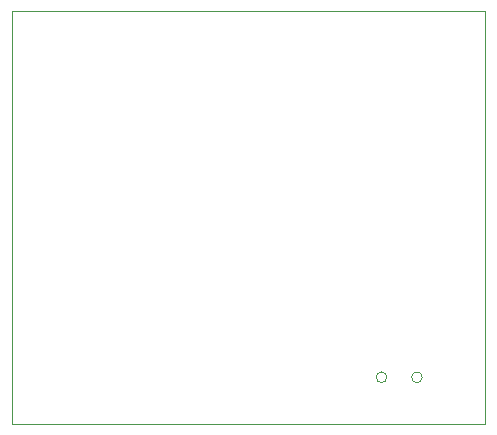
<source format=gbr>
%TF.GenerationSoftware,KiCad,Pcbnew,8.0.1*%
%TF.CreationDate,2024-03-24T23:20:46+02:00*%
%TF.ProjectId,MSHPRI017_Micro_Mouse_Subsystem,4d534850-5249-4303-9137-5f4d6963726f,rev?*%
%TF.SameCoordinates,Original*%
%TF.FileFunction,Profile,NP*%
%FSLAX46Y46*%
G04 Gerber Fmt 4.6, Leading zero omitted, Abs format (unit mm)*
G04 Created by KiCad (PCBNEW 8.0.1) date 2024-03-24 23:20:46*
%MOMM*%
%LPD*%
G01*
G04 APERTURE LIST*
%TA.AperFunction,Profile*%
%ADD10C,0.100000*%
%TD*%
%TA.AperFunction,Profile*%
%ADD11C,0.050000*%
%TD*%
G04 APERTURE END LIST*
D10*
X100000000Y-50000000D02*
X100000000Y-85000000D01*
X140000000Y-50000000D02*
X100000000Y-50000000D01*
X140000000Y-85000000D02*
X140000000Y-50000000D01*
X100000000Y-85000000D02*
X140000000Y-85000000D01*
D11*
%TO.C,SW1*%
X131700000Y-81042000D02*
G75*
G02*
X130800000Y-81042000I-450000J0D01*
G01*
X130800000Y-81042000D02*
G75*
G02*
X131700000Y-81042000I450000J0D01*
G01*
X134700000Y-81042000D02*
G75*
G02*
X133800000Y-81042000I-450000J0D01*
G01*
X133800000Y-81042000D02*
G75*
G02*
X134700000Y-81042000I450000J0D01*
G01*
%TD*%
M02*

</source>
